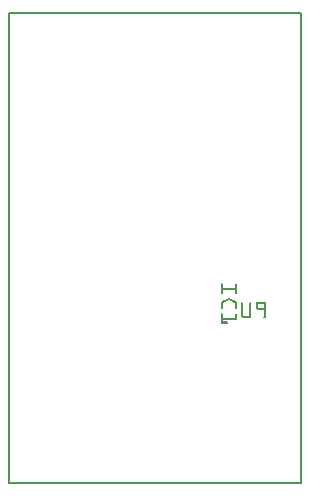
<source format=gto>
G04 MADE WITH FRITZING*
G04 WWW.FRITZING.ORG*
G04 DOUBLE SIDED*
G04 HOLES PLATED*
G04 CONTOUR ON CENTER OF CONTOUR VECTOR*
%ASAXBY*%
%FSLAX23Y23*%
%MOIN*%
%OFA0B0*%
%SFA1.0B1.0*%
%ADD10R,0.984252X1.574800X0.968252X1.558800*%
%ADD11C,0.008000*%
%ADD12R,0.001000X0.001000*%
%LNSILK1*%
G90*
G70*
G54D11*
X4Y1571D02*
X980Y1571D01*
X980Y4D01*
X4Y4D01*
X4Y1571D01*
D02*
G54D12*
X714Y669D02*
X716Y669D01*
X761Y669D02*
X763Y669D01*
X712Y668D02*
X717Y668D01*
X760Y668D02*
X764Y668D01*
X712Y667D02*
X718Y667D01*
X759Y667D02*
X765Y667D01*
X712Y666D02*
X718Y666D01*
X759Y666D02*
X765Y666D01*
X712Y665D02*
X718Y665D01*
X759Y665D02*
X765Y665D01*
X712Y664D02*
X718Y664D01*
X759Y664D02*
X765Y664D01*
X712Y663D02*
X718Y663D01*
X759Y663D02*
X765Y663D01*
X712Y662D02*
X718Y662D01*
X759Y662D02*
X765Y662D01*
X712Y661D02*
X718Y661D01*
X759Y661D02*
X765Y661D01*
X712Y660D02*
X718Y660D01*
X759Y660D02*
X765Y660D01*
X712Y659D02*
X718Y659D01*
X759Y659D02*
X765Y659D01*
X712Y658D02*
X718Y658D01*
X759Y658D02*
X765Y658D01*
X712Y657D02*
X718Y657D01*
X759Y657D02*
X765Y657D01*
X712Y656D02*
X718Y656D01*
X759Y656D02*
X765Y656D01*
X712Y655D02*
X765Y655D01*
X712Y654D02*
X765Y654D01*
X712Y653D02*
X765Y653D01*
X712Y652D02*
X765Y652D01*
X712Y651D02*
X765Y651D01*
X712Y650D02*
X765Y650D01*
X712Y649D02*
X765Y649D01*
X712Y648D02*
X718Y648D01*
X759Y648D02*
X765Y648D01*
X712Y647D02*
X718Y647D01*
X759Y647D02*
X765Y647D01*
X712Y646D02*
X718Y646D01*
X759Y646D02*
X765Y646D01*
X712Y645D02*
X718Y645D01*
X759Y645D02*
X765Y645D01*
X712Y644D02*
X718Y644D01*
X759Y644D02*
X765Y644D01*
X712Y643D02*
X718Y643D01*
X759Y643D02*
X765Y643D01*
X712Y642D02*
X718Y642D01*
X759Y642D02*
X765Y642D01*
X712Y641D02*
X718Y641D01*
X759Y641D02*
X765Y641D01*
X712Y640D02*
X718Y640D01*
X759Y640D02*
X765Y640D01*
X712Y639D02*
X718Y639D01*
X759Y639D02*
X765Y639D01*
X712Y638D02*
X718Y638D01*
X759Y638D02*
X765Y638D01*
X712Y637D02*
X717Y637D01*
X759Y637D02*
X765Y637D01*
X713Y636D02*
X717Y636D01*
X760Y636D02*
X764Y636D01*
X735Y619D02*
X742Y619D01*
X732Y618D02*
X745Y618D01*
X730Y617D02*
X747Y617D01*
X728Y616D02*
X749Y616D01*
X726Y615D02*
X751Y615D01*
X724Y614D02*
X753Y614D01*
X722Y613D02*
X755Y613D01*
X720Y612D02*
X735Y612D01*
X742Y612D02*
X757Y612D01*
X718Y611D02*
X733Y611D01*
X744Y611D02*
X759Y611D01*
X716Y610D02*
X731Y610D01*
X746Y610D02*
X761Y610D01*
X715Y609D02*
X729Y609D01*
X748Y609D02*
X762Y609D01*
X714Y608D02*
X727Y608D01*
X750Y608D02*
X763Y608D01*
X713Y607D02*
X725Y607D01*
X752Y607D02*
X763Y607D01*
X713Y606D02*
X723Y606D01*
X754Y606D02*
X764Y606D01*
X780Y606D02*
X783Y606D01*
X808Y606D02*
X810Y606D01*
X830Y606D02*
X860Y606D01*
X713Y605D02*
X721Y605D01*
X756Y605D02*
X764Y605D01*
X779Y605D02*
X784Y605D01*
X807Y605D02*
X811Y605D01*
X829Y605D02*
X861Y605D01*
X712Y604D02*
X719Y604D01*
X758Y604D02*
X765Y604D01*
X779Y604D02*
X784Y604D01*
X806Y604D02*
X812Y604D01*
X829Y604D02*
X862Y604D01*
X712Y603D02*
X718Y603D01*
X759Y603D02*
X765Y603D01*
X779Y603D02*
X785Y603D01*
X806Y603D02*
X812Y603D01*
X829Y603D02*
X862Y603D01*
X712Y602D02*
X718Y602D01*
X759Y602D02*
X765Y602D01*
X779Y602D02*
X785Y602D01*
X806Y602D02*
X812Y602D01*
X829Y602D02*
X862Y602D01*
X712Y601D02*
X718Y601D01*
X759Y601D02*
X765Y601D01*
X779Y601D02*
X785Y601D01*
X806Y601D02*
X812Y601D01*
X829Y601D02*
X862Y601D01*
X712Y600D02*
X718Y600D01*
X759Y600D02*
X765Y600D01*
X779Y600D02*
X785Y600D01*
X806Y600D02*
X812Y600D01*
X829Y600D02*
X862Y600D01*
X712Y599D02*
X718Y599D01*
X759Y599D02*
X765Y599D01*
X779Y599D02*
X785Y599D01*
X806Y599D02*
X812Y599D01*
X829Y599D02*
X835Y599D01*
X856Y599D02*
X862Y599D01*
X712Y598D02*
X718Y598D01*
X759Y598D02*
X765Y598D01*
X779Y598D02*
X785Y598D01*
X806Y598D02*
X812Y598D01*
X829Y598D02*
X835Y598D01*
X856Y598D02*
X862Y598D01*
X712Y597D02*
X718Y597D01*
X759Y597D02*
X765Y597D01*
X779Y597D02*
X785Y597D01*
X806Y597D02*
X812Y597D01*
X829Y597D02*
X835Y597D01*
X856Y597D02*
X862Y597D01*
X712Y596D02*
X718Y596D01*
X759Y596D02*
X765Y596D01*
X779Y596D02*
X785Y596D01*
X806Y596D02*
X812Y596D01*
X829Y596D02*
X835Y596D01*
X856Y596D02*
X862Y596D01*
X712Y595D02*
X718Y595D01*
X759Y595D02*
X765Y595D01*
X779Y595D02*
X785Y595D01*
X806Y595D02*
X812Y595D01*
X829Y595D02*
X835Y595D01*
X856Y595D02*
X862Y595D01*
X712Y594D02*
X718Y594D01*
X759Y594D02*
X765Y594D01*
X779Y594D02*
X785Y594D01*
X806Y594D02*
X812Y594D01*
X829Y594D02*
X835Y594D01*
X856Y594D02*
X862Y594D01*
X712Y593D02*
X718Y593D01*
X759Y593D02*
X765Y593D01*
X779Y593D02*
X785Y593D01*
X806Y593D02*
X812Y593D01*
X829Y593D02*
X835Y593D01*
X856Y593D02*
X862Y593D01*
X712Y592D02*
X718Y592D01*
X759Y592D02*
X765Y592D01*
X779Y592D02*
X785Y592D01*
X806Y592D02*
X812Y592D01*
X829Y592D02*
X835Y592D01*
X856Y592D02*
X862Y592D01*
X712Y591D02*
X718Y591D01*
X759Y591D02*
X765Y591D01*
X779Y591D02*
X785Y591D01*
X806Y591D02*
X812Y591D01*
X829Y591D02*
X835Y591D01*
X856Y591D02*
X862Y591D01*
X712Y590D02*
X718Y590D01*
X759Y590D02*
X765Y590D01*
X779Y590D02*
X785Y590D01*
X806Y590D02*
X812Y590D01*
X829Y590D02*
X835Y590D01*
X856Y590D02*
X862Y590D01*
X712Y589D02*
X718Y589D01*
X759Y589D02*
X765Y589D01*
X779Y589D02*
X785Y589D01*
X806Y589D02*
X812Y589D01*
X829Y589D02*
X835Y589D01*
X856Y589D02*
X862Y589D01*
X712Y588D02*
X718Y588D01*
X759Y588D02*
X765Y588D01*
X779Y588D02*
X785Y588D01*
X806Y588D02*
X812Y588D01*
X829Y588D02*
X862Y588D01*
X712Y587D02*
X717Y587D01*
X759Y587D02*
X765Y587D01*
X779Y587D02*
X785Y587D01*
X806Y587D02*
X812Y587D01*
X829Y587D02*
X862Y587D01*
X713Y586D02*
X717Y586D01*
X760Y586D02*
X764Y586D01*
X779Y586D02*
X785Y586D01*
X806Y586D02*
X812Y586D01*
X829Y586D02*
X862Y586D01*
X779Y585D02*
X785Y585D01*
X806Y585D02*
X812Y585D01*
X829Y585D02*
X862Y585D01*
X779Y584D02*
X785Y584D01*
X806Y584D02*
X812Y584D01*
X829Y584D02*
X862Y584D01*
X779Y583D02*
X785Y583D01*
X806Y583D02*
X812Y583D01*
X830Y583D02*
X862Y583D01*
X779Y582D02*
X785Y582D01*
X806Y582D02*
X812Y582D01*
X831Y582D02*
X862Y582D01*
X779Y581D02*
X785Y581D01*
X806Y581D02*
X812Y581D01*
X856Y581D02*
X862Y581D01*
X779Y580D02*
X785Y580D01*
X806Y580D02*
X812Y580D01*
X856Y580D02*
X862Y580D01*
X779Y579D02*
X785Y579D01*
X806Y579D02*
X812Y579D01*
X856Y579D02*
X862Y579D01*
X779Y578D02*
X785Y578D01*
X806Y578D02*
X812Y578D01*
X856Y578D02*
X862Y578D01*
X779Y577D02*
X785Y577D01*
X806Y577D02*
X812Y577D01*
X856Y577D02*
X862Y577D01*
X779Y576D02*
X785Y576D01*
X806Y576D02*
X812Y576D01*
X856Y576D02*
X862Y576D01*
X779Y575D02*
X785Y575D01*
X806Y575D02*
X812Y575D01*
X856Y575D02*
X862Y575D01*
X779Y574D02*
X785Y574D01*
X806Y574D02*
X812Y574D01*
X856Y574D02*
X862Y574D01*
X779Y573D02*
X785Y573D01*
X806Y573D02*
X812Y573D01*
X856Y573D02*
X862Y573D01*
X779Y572D02*
X785Y572D01*
X806Y572D02*
X812Y572D01*
X856Y572D02*
X862Y572D01*
X779Y571D02*
X785Y571D01*
X806Y571D02*
X812Y571D01*
X856Y571D02*
X862Y571D01*
X779Y570D02*
X785Y570D01*
X806Y570D02*
X812Y570D01*
X856Y570D02*
X862Y570D01*
X713Y569D02*
X716Y569D01*
X761Y569D02*
X763Y569D01*
X779Y569D02*
X785Y569D01*
X806Y569D02*
X812Y569D01*
X856Y569D02*
X862Y569D01*
X712Y568D02*
X717Y568D01*
X760Y568D02*
X764Y568D01*
X779Y568D02*
X785Y568D01*
X806Y568D02*
X812Y568D01*
X856Y568D02*
X862Y568D01*
X712Y567D02*
X718Y567D01*
X759Y567D02*
X765Y567D01*
X779Y567D02*
X785Y567D01*
X806Y567D02*
X812Y567D01*
X856Y567D02*
X862Y567D01*
X712Y566D02*
X718Y566D01*
X759Y566D02*
X765Y566D01*
X779Y566D02*
X785Y566D01*
X806Y566D02*
X812Y566D01*
X856Y566D02*
X862Y566D01*
X712Y565D02*
X718Y565D01*
X759Y565D02*
X765Y565D01*
X779Y565D02*
X785Y565D01*
X806Y565D02*
X812Y565D01*
X856Y565D02*
X862Y565D01*
X712Y564D02*
X718Y564D01*
X759Y564D02*
X765Y564D01*
X779Y564D02*
X785Y564D01*
X806Y564D02*
X812Y564D01*
X856Y564D02*
X862Y564D01*
X712Y563D02*
X718Y563D01*
X759Y563D02*
X765Y563D01*
X779Y563D02*
X785Y563D01*
X806Y563D02*
X812Y563D01*
X856Y563D02*
X862Y563D01*
X712Y562D02*
X718Y562D01*
X759Y562D02*
X765Y562D01*
X779Y562D02*
X785Y562D01*
X806Y562D02*
X812Y562D01*
X856Y562D02*
X862Y562D01*
X712Y561D02*
X718Y561D01*
X759Y561D02*
X765Y561D01*
X779Y561D02*
X785Y561D01*
X805Y561D02*
X812Y561D01*
X856Y561D02*
X862Y561D01*
X712Y560D02*
X718Y560D01*
X759Y560D02*
X765Y560D01*
X779Y560D02*
X786Y560D01*
X804Y560D02*
X812Y560D01*
X856Y560D02*
X862Y560D01*
X712Y559D02*
X718Y559D01*
X759Y559D02*
X765Y559D01*
X779Y559D02*
X811Y559D01*
X855Y559D02*
X862Y559D01*
X712Y558D02*
X718Y558D01*
X759Y558D02*
X765Y558D01*
X780Y558D02*
X811Y558D01*
X853Y558D02*
X862Y558D01*
X712Y557D02*
X718Y557D01*
X759Y557D02*
X765Y557D01*
X780Y557D02*
X810Y557D01*
X853Y557D02*
X862Y557D01*
X712Y556D02*
X718Y556D01*
X759Y556D02*
X765Y556D01*
X781Y556D02*
X810Y556D01*
X853Y556D02*
X862Y556D01*
X712Y555D02*
X765Y555D01*
X782Y555D02*
X808Y555D01*
X853Y555D02*
X862Y555D01*
X712Y554D02*
X765Y554D01*
X784Y554D02*
X807Y554D01*
X853Y554D02*
X862Y554D01*
X712Y553D02*
X765Y553D01*
X786Y553D02*
X805Y553D01*
X854Y553D02*
X861Y553D01*
X712Y552D02*
X765Y552D01*
X712Y551D02*
X765Y551D01*
X712Y550D02*
X765Y550D01*
X712Y549D02*
X765Y549D01*
X712Y548D02*
X718Y548D01*
X712Y547D02*
X718Y547D01*
X712Y546D02*
X718Y546D01*
X712Y545D02*
X718Y545D01*
X712Y544D02*
X718Y544D01*
X712Y543D02*
X718Y543D01*
X712Y542D02*
X732Y542D01*
X712Y541D02*
X734Y541D01*
X712Y540D02*
X735Y540D01*
X712Y539D02*
X735Y539D01*
X712Y538D02*
X735Y538D01*
X712Y537D02*
X735Y537D01*
X713Y536D02*
X734Y536D01*
D02*
G04 End of Silk1*
M02*
</source>
